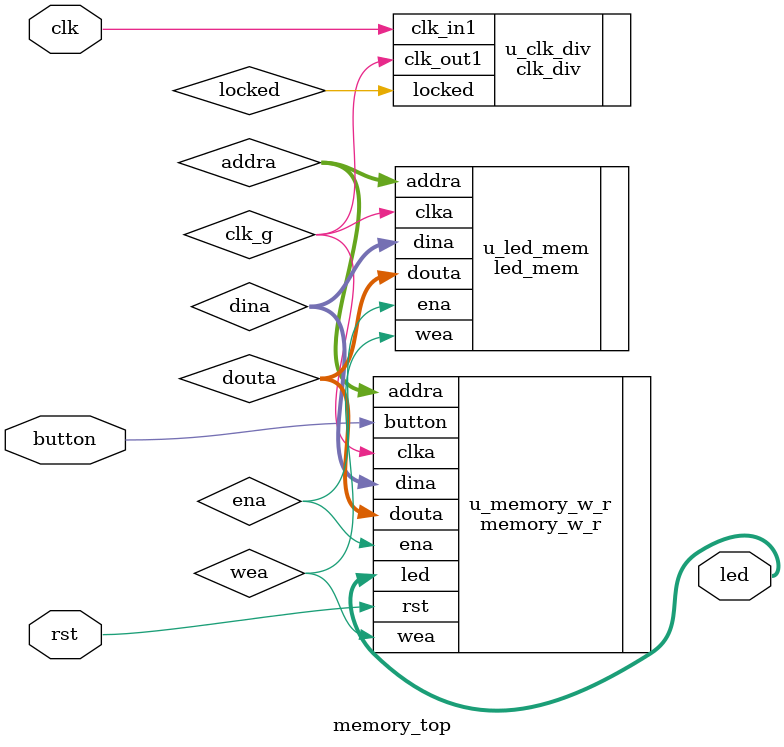
<source format=v>
module memory_top (
    input  wire        clk   ,
	input  wire        rst   ,
	input  wire        button,
	output wire [15:0] led   
);

wire        ena  ;
wire        wea  ;
wire        clk_g;
wire [ 3:0] addra;
wire [15:0] dina ;
wire [15:0] douta;


clk_div u_clk_div (
    .clk_in1    (clk    ),
    .clk_out1   (clk_g  ),
    .locked     (locked )
);

memory_w_r u_memory_w_r (
    .clka   (clk_g  ),
    .rst    (rst    ),
    .button (button ),
    .ena    (ena    ),
    .wea    (wea    ),
    .addra  (addra  ),
    .dina   (dina   ),
    .douta  (douta  ),
    .led    (led    )
);

led_mem u_led_mem (
    .clka   (clk_g  ),
    .ena    (ena    ),
    .wea    (wea    ),
    .addra  (addra  ),
    .dina   (dina   ),
    .douta  (douta  )
);

endmodule
</source>
